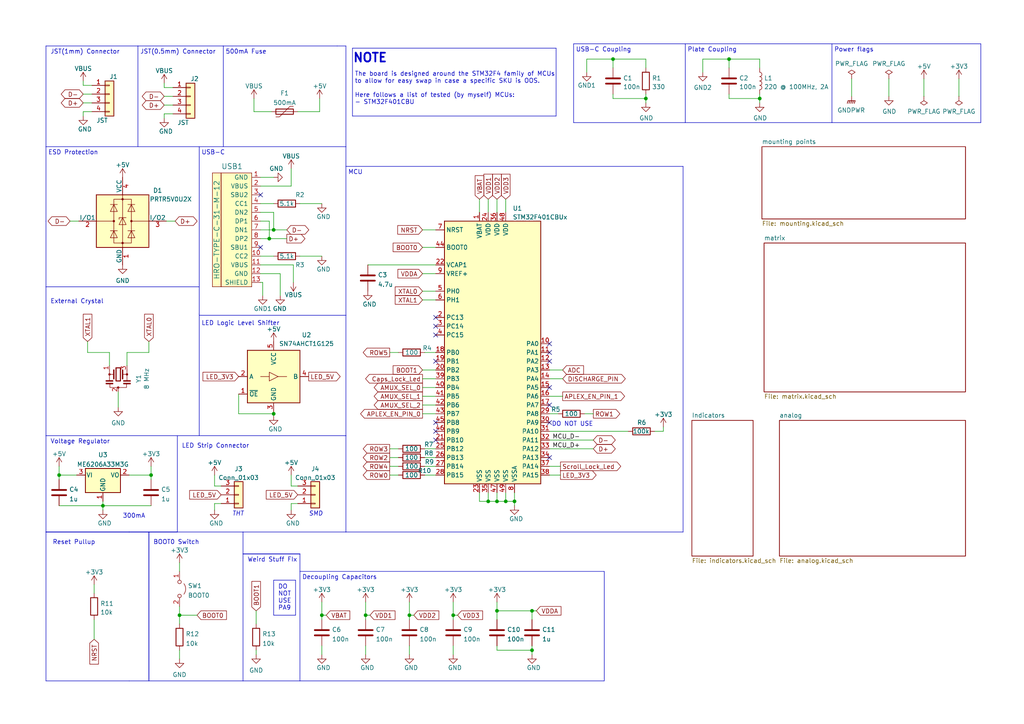
<source format=kicad_sch>
(kicad_sch (version 20230121) (generator eeschema)
  (paper "A4")
  (title_block (title "RF_R1_8-9Xu PCB") (date "2023-11-23") (rev "1.2") (company "LU.SV Solutions") (comment 1 "Cipulot PCB Design") (comment 2 "Cipulot") (comment 3 "GNU General Public License v3.0 "))
  (junction (at 146.685 145.415))
  (junction (at 144.145 177.165))
  (junction (at 211.455 17.145))
  (junction (at 106.045 178.435))
  (junction (at 79.375 66.675))
  (junction (at 154.305 188.595))
  (junction (at 43.815 137.795))
  (junction (at 29.845 146.685))
  (junction (at 144.145 145.415))
  (junction (at 220.345 28.575))
  (junction (at 141.605 145.415))
  (junction (at 78.105 69.215))
  (junction (at 17.145 137.795))
  (junction (at 154.305 177.165))
  (junction (at 79.375 120.015))
  (junction (at 93.345 178.435))
  (junction (at 177.8 17.145))
  (junction (at 187.325 28.575))
  (junction (at 149.225 145.415))
  (junction (at 52.07 178.435))
  (junction (at 118.745 178.435))
  (junction (at 131.445 178.435))
  (no_connect (at 75.565 71.755))
  (no_connect (at 75.565 56.515))
  (no_connect (at 126.365 92.075))
  (no_connect (at 126.365 94.615))
  (no_connect (at 126.365 97.155))
  (no_connect (at 126.365 104.775))
  (no_connect (at 159.385 132.715))
  (no_connect (at 159.385 122.555))
  (no_connect (at 126.365 122.555))
  (no_connect (at 126.365 125.095))
  (no_connect (at 126.365 127.635))
  (no_connect (at 159.385 99.695))
  (no_connect (at 159.385 117.475))
  (no_connect (at 159.385 112.395))
  (no_connect (at 159.385 104.775))
  (no_connect (at 159.385 102.235))
  (wire (pts (xy 75.565 64.135) (xy 78.105 64.135)))
  (wire (pts (xy 211.455 17.145) (xy 211.455 19.685)))
  (wire (pts (xy 84.455 140.97) (xy 84.455 137.795)))
  (polyline (pts (xy 57.785 42.545) (xy 64.77 42.545)))
  (polyline (pts (xy 166.37 35.56) (xy 198.755 35.56)))
  (polyline (pts (xy 13.335 83.185) (xy 13.335 126.365)))
  (wire (pts (xy 187.325 19.685) (xy 187.325 17.145)))
  (wire (pts (xy 113.03 102.235) (xy 115.57 102.235)))
  (wire (pts (xy 211.455 27.305) (xy 211.455 28.575)))
  (wire (pts (xy 247.015 22.86) (xy 247.015 27.94)))
  (wire (pts (xy 159.385 125.095) (xy 182.245 125.095)))
  (polyline (pts (xy 79.375 168.275) (xy 85.725 168.275)))
  (wire (pts (xy 64.135 146.05) (xy 62.23 146.05)))
  (wire (pts (xy 74.295 188.595) (xy 74.295 189.865)))
  (polyline (pts (xy 102.235 13.97) (xy 161.29 13.97)))
  (polyline (pts (xy 43.18 154.305) (xy 43.18 197.485)))
  (wire (pts (xy 141.605 61.595) (xy 141.605 57.785)))
  (polyline (pts (xy 57.785 42.545) (xy 13.335 42.545)))
  (wire (pts (xy 29.845 145.415) (xy 29.845 146.685)))
  (polyline (pts (xy 100.33 13.335) (xy 97.79 13.335)))
  (polyline (pts (xy 13.335 13.335) (xy 40.005 13.335)))
  (wire (pts (xy 141.605 145.415) (xy 144.145 145.415)))
  (wire (pts (xy 118.745 179.705) (xy 118.745 178.435)))
  (polyline (pts (xy 102.235 13.97) (xy 102.235 33.655)))
  (wire (pts (xy 74.295 177.165) (xy 74.295 180.975)))
  (polyline (pts (xy 175.26 165.735) (xy 175.26 197.485)))
  (polyline (pts (xy 86.995 160.655) (xy 86.995 197.485)))
  (polyline (pts (xy 57.785 126.365) (xy 100.33 126.365)))
  (wire (pts (xy 69.215 120.015) (xy 79.375 120.015)))
  (wire (pts (xy 154.305 177.165) (xy 154.305 179.705)))
  (polyline (pts (xy 13.335 154.305) (xy 13.335 197.485)))
  (wire (pts (xy 79.375 61.595) (xy 79.375 66.675)))
  (polyline (pts (xy 241.3 12.7) (xy 198.755 12.7)))
  (wire (pts (xy 17.145 135.255) (xy 17.145 137.795)))
  (wire (pts (xy 84.455 146.05) (xy 84.455 147.955)))
  (wire (pts (xy 154.305 188.595) (xy 154.305 189.865)))
  (wire (pts (xy 24.13 29.845) (xy 26.67 29.845)))
  (polyline (pts (xy 57.785 83.185) (xy 57.785 42.545)))
  (polyline (pts (xy 100.33 126.365) (xy 100.33 154.305)))
  (wire (pts (xy 144.145 188.595) (xy 154.305 188.595)))
  (wire (pts (xy 47.625 25.4) (xy 50.165 25.4)))
  (wire (pts (xy 75.565 74.295) (xy 79.375 74.295)))
  (wire (pts (xy 123.19 130.175) (xy 126.365 130.175)))
  (polyline (pts (xy 100.33 42.545) (xy 100.33 91.44)))
  (wire (pts (xy 27.305 169.545) (xy 27.305 172.085)))
  (wire (pts (xy 149.225 146.685) (xy 149.225 145.415)))
  (wire (pts (xy 122.555 120.015) (xy 126.365 120.015)))
  (wire (pts (xy 154.305 177.165) (xy 155.575 177.165)))
  (wire (pts (xy 75.565 51.435) (xy 79.375 51.435)))
  (wire (pts (xy 163.195 114.935) (xy 159.385 114.935)))
  (wire (pts (xy 79.375 120.65) (xy 79.375 120.015)))
  (wire (pts (xy 144.145 142.875) (xy 144.145 145.415)))
  (wire (pts (xy 220.345 28.575) (xy 220.345 29.845)))
  (polyline (pts (xy 241.3 35.56) (xy 284.48 35.56)))
  (wire (pts (xy 118.745 178.435) (xy 120.015 178.435)))
  (wire (pts (xy 278.13 22.86) (xy 278.13 27.94)))
  (wire (pts (xy 159.385 135.255) (xy 162.56 135.255)))
  (wire (pts (xy 139.065 61.595) (xy 139.065 57.785)))
  (wire (pts (xy 75.565 66.675) (xy 79.375 66.675)))
  (wire (pts (xy 69.215 114.3) (xy 69.215 120.015)))
  (wire (pts (xy 47.625 34.29) (xy 47.625 33.02)))
  (polyline (pts (xy 64.77 42.545) (xy 100.33 42.545)))
  (wire (pts (xy 43.18 99.06) (xy 43.18 102.235)))
  (wire (pts (xy 144.145 61.595) (xy 144.145 57.785)))
  (wire (pts (xy 75.565 53.975) (xy 84.455 53.975)))
  (wire (pts (xy 106.045 179.705) (xy 106.045 178.435)))
  (polyline (pts (xy 85.725 178.435) (xy 85.725 168.275)))
  (polyline (pts (xy 79.375 168.275) (xy 79.375 178.435)))
  (wire (pts (xy 86.36 32.385) (xy 92.71 32.385)))
  (wire (pts (xy 113.03 132.715) (xy 115.57 132.715)))
  (wire (pts (xy 17.145 146.685) (xy 29.845 146.685)))
  (wire (pts (xy 126.365 79.375) (xy 122.555 79.375)))
  (wire (pts (xy 187.325 28.575) (xy 187.325 29.845)))
  (wire (pts (xy 84.455 53.975) (xy 84.455 48.895)))
  (wire (pts (xy 73.66 28.575) (xy 73.66 32.385)))
  (wire (pts (xy 106.045 187.325) (xy 106.045 189.865)))
  (wire (pts (xy 93.345 178.435) (xy 93.345 179.705)))
  (wire (pts (xy 122.555 86.995) (xy 126.365 86.995)))
  (wire (pts (xy 34.29 113.665) (xy 34.29 118.11)))
  (polyline (pts (xy 86.995 165.735) (xy 175.26 165.735)))
  (wire (pts (xy 47.625 30.48) (xy 50.165 30.48)))
  (wire (pts (xy 79.375 66.675) (xy 83.185 66.675)))
  (polyline (pts (xy 70.485 197.485) (xy 70.485 154.305)))
  (wire (pts (xy 25.4 99.06) (xy 25.4 102.235)))
  (wire (pts (xy 139.065 145.415) (xy 141.605 145.415)))
  (wire (pts (xy 62.23 140.97) (xy 62.23 137.795)))
  (wire (pts (xy 36.83 106.045) (xy 36.83 102.235)))
  (wire (pts (xy 93.345 187.325) (xy 93.345 189.865)))
  (wire (pts (xy 52.07 178.435) (xy 52.07 180.975)))
  (wire (pts (xy 161.925 120.015) (xy 159.385 120.015)))
  (wire (pts (xy 144.145 174.625) (xy 144.145 177.165)))
  (wire (pts (xy 20.32 64.135) (xy 22.86 64.135)))
  (wire (pts (xy 106.045 174.625) (xy 106.045 178.435)))
  (polyline (pts (xy 64.77 42.545) (xy 64.77 13.335)))
  (wire (pts (xy 267.97 22.86) (xy 267.97 27.94)))
  (wire (pts (xy 220.345 17.145) (xy 220.345 19.685)))
  (polyline (pts (xy 79.375 178.435) (xy 85.725 178.435)))
  (polyline (pts (xy 13.335 154.305) (xy 37.465 154.305)))
  (polyline (pts (xy 64.77 13.335) (xy 40.005 13.335)))
  (wire (pts (xy 123.19 137.795) (xy 126.365 137.795)))
  (wire (pts (xy 123.19 135.255) (xy 126.365 135.255)))
  (polyline (pts (xy 13.335 42.545) (xy 13.335 64.135)))
  (wire (pts (xy 81.28 85.725) (xy 81.28 79.375)))
  (polyline (pts (xy 100.33 91.44) (xy 100.33 91.44)))
  (wire (pts (xy 141.605 142.875) (xy 141.605 145.415)))
  (polyline (pts (xy 100.33 42.545) (xy 100.33 13.335)))
  (wire (pts (xy 36.83 102.235) (xy 43.18 102.235)))
  (wire (pts (xy 122.555 117.475) (xy 126.365 117.475)))
  (wire (pts (xy 17.145 137.795) (xy 22.225 137.795)))
  (wire (pts (xy 146.685 142.875) (xy 146.685 145.415)))
  (polyline (pts (xy 43.18 197.485) (xy 43.18 154.305)))
  (wire (pts (xy 123.19 102.235) (xy 126.365 102.235)))
  (wire (pts (xy 47.625 27.94) (xy 50.165 27.94)))
  (wire (pts (xy 24.13 32.385) (xy 26.67 32.385)))
  (polyline (pts (xy 198.755 12.7) (xy 166.37 12.7)))
  (wire (pts (xy 37.465 137.795) (xy 43.815 137.795)))
  (wire (pts (xy 177.8 17.145) (xy 177.8 19.685)))
  (polyline (pts (xy 86.995 197.485) (xy 70.485 197.485)))
  (wire (pts (xy 52.07 175.895) (xy 52.07 178.435)))
  (wire (pts (xy 203.835 20.955) (xy 203.835 17.145)))
  (wire (pts (xy 172.085 120.015) (xy 169.545 120.015)))
  (wire (pts (xy 131.445 178.435) (xy 131.445 179.705)))
  (wire (pts (xy 162.56 137.795) (xy 159.385 137.795)))
  (wire (pts (xy 257.81 22.86) (xy 257.81 27.94)))
  (wire (pts (xy 29.845 146.685) (xy 29.845 147.955)))
  (wire (pts (xy 85.09 76.835) (xy 85.09 81.915)))
  (wire (pts (xy 75.565 61.595) (xy 79.375 61.595)))
  (wire (pts (xy 177.8 28.575) (xy 187.325 28.575)))
  (polyline (pts (xy 51.435 154.305) (xy 51.435 126.365)))
  (wire (pts (xy 86.36 140.97) (xy 84.455 140.97)))
  (polyline (pts (xy 100.33 91.44) (xy 57.785 91.44)))
  (wire (pts (xy 43.815 135.255) (xy 43.815 137.795)))
  (wire (pts (xy 220.345 27.305) (xy 220.345 28.575)))
  (wire (pts (xy 144.145 177.165) (xy 154.305 177.165)))
  (wire (pts (xy 189.865 125.095) (xy 192.405 125.095)))
  (wire (pts (xy 75.565 81.915) (xy 76.2 81.915)))
  (wire (pts (xy 122.555 66.675) (xy 126.365 66.675)))
  (wire (pts (xy 113.03 137.795) (xy 115.57 137.795)))
  (wire (pts (xy 159.385 127.635) (xy 172.085 127.635)))
  (wire (pts (xy 106.68 76.835) (xy 126.365 76.835)))
  (polyline (pts (xy 198.755 12.7) (xy 198.755 35.56)))
  (wire (pts (xy 92.71 32.385) (xy 92.71 28.575)))
  (wire (pts (xy 122.555 109.855) (xy 126.365 109.855)))
  (wire (pts (xy 43.815 137.795) (xy 43.815 139.065)))
  (wire (pts (xy 47.625 33.02) (xy 50.165 33.02)))
  (wire (pts (xy 31.75 102.235) (xy 31.75 106.045)))
  (wire (pts (xy 27.305 179.705) (xy 27.305 185.42)))
  (wire (pts (xy 118.745 187.325) (xy 118.745 189.865)))
  (wire (pts (xy 75.565 69.215) (xy 78.105 69.215)))
  (wire (pts (xy 122.555 71.755) (xy 126.365 71.755)))
  (wire (pts (xy 24.13 24.765) (xy 26.67 24.765)))
  (wire (pts (xy 122.555 84.455) (xy 126.365 84.455)))
  (polyline (pts (xy 13.335 42.545) (xy 13.335 13.335)))
  (wire (pts (xy 52.07 163.195) (xy 52.07 165.735)))
  (wire (pts (xy 24.13 23.495) (xy 24.13 24.765)))
  (polyline (pts (xy 241.3 12.7) (xy 241.3 35.56)))
  (wire (pts (xy 64.135 140.97) (xy 62.23 140.97)))
  (polyline (pts (xy 102.235 33.655) (xy 161.29 33.655)))
  (wire (pts (xy 177.8 17.145) (xy 187.325 17.145)))
  (wire (pts (xy 17.145 137.795) (xy 17.145 139.065)))
  (wire (pts (xy 122.555 114.935) (xy 126.365 114.935)))
  (polyline (pts (xy 13.335 126.365) (xy 13.335 154.305)))
  (wire (pts (xy 24.13 33.655) (xy 24.13 32.385)))
  (wire (pts (xy 86.36 146.05) (xy 84.455 146.05)))
  (wire (pts (xy 62.23 146.05) (xy 62.23 147.955)))
  (polyline (pts (xy 13.335 154.305) (xy 37.465 154.305)))
  (wire (pts (xy 159.385 130.175) (xy 172.085 130.175)))
  (wire (pts (xy 94.615 178.435) (xy 93.345 178.435)))
  (wire (pts (xy 170.18 17.145) (xy 177.8 17.145)))
  (wire (pts (xy 76.2 85.725) (xy 76.2 81.915)))
  (polyline (pts (xy 70.485 160.655) (xy 86.995 160.655)))
  (wire (pts (xy 149.225 142.875) (xy 149.225 145.415)))
  (wire (pts (xy 144.145 187.325) (xy 144.145 188.595)))
  (polyline (pts (xy 64.77 13.335) (xy 97.79 13.335)))
  (polyline (pts (xy 13.335 126.365) (xy 57.785 126.365)))
  (wire (pts (xy 78.105 69.215) (xy 83.185 69.215)))
  (polyline (pts (xy 100.33 126.365) (xy 100.33 91.44)))
  (wire (pts (xy 122.555 107.315) (xy 126.365 107.315)))
  (wire (pts (xy 24.13 27.305) (xy 26.67 27.305)))
  (wire (pts (xy 75.565 79.375) (xy 81.28 79.375)))
  (wire (pts (xy 47.625 24.13) (xy 47.625 25.4)))
  (polyline (pts (xy 37.465 197.485) (xy 70.485 197.485)))
  (polyline (pts (xy 175.26 197.485) (xy 86.995 197.485)))
  (wire (pts (xy 177.8 27.305) (xy 177.8 28.575)))
  (wire (pts (xy 106.045 178.435) (xy 107.315 178.435)))
  (wire (pts (xy 170.18 20.955) (xy 170.18 17.145)))
  (wire (pts (xy 86.995 59.055) (xy 93.345 59.055)))
  (wire (pts (xy 25.4 102.235) (xy 31.75 102.235)))
  (wire (pts (xy 52.07 188.595) (xy 52.07 191.135)))
  (polyline (pts (xy 100.33 154.305) (xy 70.485 154.305)))
  (polyline (pts (xy 13.335 197.485) (xy 37.465 197.485)))
  (polyline (pts (xy 57.785 126.365) (xy 57.785 83.185)))
  (wire (pts (xy 131.445 178.435) (xy 132.715 178.435)))
  (wire (pts (xy 211.455 17.145) (xy 220.345 17.145)))
  (wire (pts (xy 86.995 74.295) (xy 93.345 74.295)))
  (wire (pts (xy 75.565 59.055) (xy 79.375 59.055)))
  (wire (pts (xy 118.745 174.625) (xy 118.745 178.435)))
  (polyline (pts (xy 100.33 126.365) (xy 100.33 126.365)))
  (wire (pts (xy 131.445 174.625) (xy 131.445 178.435)))
  (wire (pts (xy 79.375 120.015) (xy 79.375 119.38)))
  (polyline (pts (xy 241.3 12.7) (xy 284.48 12.7)))
  (polyline (pts (xy 13.335 83.185) (xy 57.785 83.185)))
  (polyline (pts (xy 37.465 154.305) (xy 51.435 154.305)))
  (wire (pts (xy 144.145 145.415) (xy 146.685 145.415)))
  (wire (pts (xy 48.26 64.135) (xy 50.8 64.135)))
  (polyline (pts (xy 284.48 35.56) (xy 284.48 12.7)))
  (wire (pts (xy 192.405 125.095) (xy 192.405 123.825)))
  (polyline (pts (xy 37.465 154.305) (xy 70.485 154.305)))
  (polyline (pts (xy 161.29 33.655) (xy 161.29 13.97)))
  (wire (pts (xy 203.835 17.145) (xy 211.455 17.145)))
  (wire (pts (xy 113.03 135.255) (xy 115.57 135.255)))
  (polyline (pts (xy 100.33 154.305) (xy 198.12 154.305)))
  (polyline (pts (xy 40.005 42.545) (xy 40.005 13.335)))
  (wire (pts (xy 144.145 179.705) (xy 144.145 177.165)))
  (wire (pts (xy 131.445 187.325) (xy 131.445 189.865)))
  (polyline (pts (xy 57.785 91.44) (xy 57.785 90.805)))
  (polyline (pts (xy 86.995 160.655) (xy 70.485 160.655)))
  (wire (pts (xy 146.685 145.415) (xy 149.225 145.415)))
  (wire (pts (xy 139.065 142.875) (xy 139.065 145.415)))
  (wire (pts (xy 163.195 109.855) (xy 159.385 109.855)))
  (polyline (pts (xy 198.755 35.56) (xy 241.3 35.56)))
  (wire (pts (xy 29.845 146.685) (xy 43.815 146.685)))
  (wire (pts (xy 73.66 32.385) (xy 78.74 32.385)))
  (wire (pts (xy 159.385 107.315) (xy 163.195 107.315)))
  (polyline (pts (xy 100.33 48.26) (xy 198.12 48.26)))
  (wire (pts (xy 146.685 61.595) (xy 146.685 57.785)))
  (wire (pts (xy 122.555 112.395) (xy 126.365 112.395)))
  (wire (pts (xy 211.455 28.575) (xy 220.345 28.575)))
  (wire (pts (xy 93.345 174.625) (xy 93.345 178.435)))
  (polyline (pts (xy 166.37 12.7) (xy 166.37 35.56)))
  (polyline (pts (xy 198.12 154.305) (xy 198.12 48.26)))
  (wire (pts (xy 123.19 132.715) (xy 126.365 132.715)))
  (wire (pts (xy 52.07 178.435) (xy 57.15 178.435)))
  (wire (pts (xy 113.03 130.175) (xy 115.57 130.175)))
  (polyline (pts (xy 13.335 64.135) (xy 13.335 83.185)))
  (wire (pts (xy 78.105 64.135) (xy 78.105 69.215)))
  (wire (pts (xy 154.305 187.325) (xy 154.305 188.595)))
  (wire (pts (xy 75.565 76.835) (xy 85.09 76.835)))
  (wire (pts (xy 187.325 27.305) (xy 187.325 28.575)))
  (text "DO\nNOT\nUSE\nPA9\n" (at 80.645 177.165 0) (effects (font (size 1.27 1.27)) (justify left bottom)))
  (text "USB-C" (at 58.42 45.085 0) (effects (font (size 1.27 1.27)) (justify left bottom)))
  (text "Voltage Regulator" (at 14.605 128.905 0) (effects (font (size 1.27 1.27)) (justify left bottom)))
  (text "JST(1mm) Connector\n" (at 14.605 15.875 0) (effects (font (size 1.27 1.27)) (justify left bottom)))
  (text "JST(0.5mm) Connector\n" (at 40.64 15.875 0) (effects (font (size 1.27 1.27)) (justify left bottom)))
  (text "LED Logic Level Shifter" (at 58.42 94.615 0) (effects (font (size 1.27 1.27)) (justify left bottom)))
  (text "Plate Coupling" (at 199.39 15.24 0) (effects (font (size 1.27 1.27)) (justify left bottom)))
  (text "The board is designed around the STM32F4 family of MCUs\nto allow for easy swap in case a specific SKU is OOS.\n\nHere follows a list of tested (by myself) MCUs:\n- STM32F401CBU" (at 102.87 30.48 0) (effects (font (size 1.27 1.27)) (justify left bottom)))
  (text "LED Strip Connector\n" (at 52.705 130.175 0) (effects (font (size 1.27 1.27)) (justify left bottom)))
  (text "SMD" (at 89.535 149.86 0) (effects (font (size 1.27 1.27) italic) (justify left bottom)))
  (text "BOOT0 Switch" (at 44.45 158.115 0) (effects (font (size 1.27 1.27)) (justify left bottom)))
  (text "External Crystal\n" (at 14.605 88.265 0) (effects (font (size 1.27 1.27)) (justify left bottom)))
  (text "300mA" (at 35.56 150.495 0) (effects (font (size 1.27 1.27)) (justify left bottom)))
  (text "500mA Fuse" (at 65.405 15.875 0) (effects (font (size 1.27 1.27)) (justify left bottom)))
  (text "THT\n" (at 67.31 149.86 0) (effects (font (size 1.27 1.27) italic) (justify left bottom)))
  (text "Weird Stuff FIx" (at 71.755 163.195 0) (effects (font (size 1.27 1.27)) (justify left bottom)))
  (text "Decoupling Capacitors" (at 87.63 168.275 0) (effects (font (size 1.27 1.27)) (justify left bottom)))
  (text "DO NOT USE" (at 160.02 123.825 0) (effects (font (size 1.27 1.27)) (justify left bottom)))
  (text "Power flags\n" (at 241.935 15.24 0) (effects (font (size 1.27 1.27)) (justify left bottom)))
  (text "NOTE" (at 102.235 18.415 0) (effects (font (size 2.54 2.54) (thickness 0.508) bold) (justify left bottom)))
  (text "USB-C Coupling" (at 167.005 15.24 0) (effects (font (size 1.27 1.27)) (justify left bottom)))
  (text "ESD Protection\n" (at 13.97 45.085 0) (effects (font (size 1.27 1.27)) (justify left bottom)))
  (text "Reset Pullup" (at 15.24 158.115 0) (effects (font (size 1.27 1.27)) (justify left bottom)))
  (text "MCU" (at 100.965 50.8 0) (effects (font (size 1.27 1.27)) (justify left bottom)))
  (label "MCU_D+" (at 168.275 130.175 180))
  (label "MCU_D-" (at 168.275 127.635 180))
  (global_label "VDD2" (shape input) (at 144.145 57.785 90) (property "Intersheetrefs" "${INTERSHEET_REFS}" (effects hide)))
  (global_label "VDD3" (shape input) (at 132.715 178.435 0) (property "Intersheetrefs" "${INTERSHEET_REFS}" (effects hide)))
  (global_label "D+" (shape bidirectional) (at 24.13 29.845 180) (property "Intersheetrefs" "${INTERSHEET_REFS}" (effects hide)))
  (global_label "VDD3" (shape input) (at 146.685 57.785 90) (property "Intersheetrefs" "${INTERSHEET_REFS}" (effects hide)))
  (global_label "D-" (shape bidirectional) (at 83.185 66.675 0) (property "Intersheetrefs" "${INTERSHEET_REFS}" (effects hide)))
  (global_label "D+" (shape bidirectional) (at 47.625 30.48 180) (property "Intersheetrefs" "${INTERSHEET_REFS}" (effects hide)))
  (global_label "LED_5V" (shape input) (at 64.135 143.51 180) (property "Intersheetrefs" "${INTERSHEET_REFS}" (effects hide)))
  (global_label "VBAT" (shape input) (at 94.615 178.435 0) (property "Intersheetrefs" "${INTERSHEET_REFS}" (effects hide)))
  (global_label "AMUX_SEL_1" (shape output) (at 122.555 114.935 180) (property "Intersheetrefs" "${INTERSHEET_REFS}" (effects hide)))
  (global_label "BOOT0" (shape input) (at 57.15 178.435 0) (property "Intersheetrefs" "${INTERSHEET_REFS}" (effects hide)))
  (global_label "VDD2" (shape input) (at 120.015 178.435 0) (property "Intersheetrefs" "${INTERSHEET_REFS}" (effects hide)))
  (global_label "XTAL1" (shape input) (at 25.4 99.06 90) (property "Intersheetrefs" "${INTERSHEET_REFS}" (effects hide)))
  (global_label "VDD1" (shape input) (at 107.315 178.435 0) (property "Intersheetrefs" "${INTERSHEET_REFS}" (effects hide)))
  (global_label "LED_5V" (shape output) (at 89.535 109.22 0) (property "Intersheetrefs" "${INTERSHEET_REFS}" (effects hide)))
  (global_label "Caps_Lock_Led" (shape output) (at 122.555 109.855 180) (property "Intersheetrefs" "${INTERSHEET_REFS}" (effects hide)))
  (global_label "XTAL0" (shape input) (at 122.555 84.455 180) (property "Intersheetrefs" "${INTERSHEET_REFS}" (effects hide)))
  (global_label "AMUX_SEL_0" (shape output) (at 122.555 112.395 180) (property "Intersheetrefs" "${INTERSHEET_REFS}" (effects hide)))
  (global_label "BOOT0" (shape input) (at 122.555 71.755 180) (property "Intersheetrefs" "${INTERSHEET_REFS}" (effects hide)))
  (global_label "AMUX_SEL_2" (shape output) (at 122.555 117.475 180) (property "Intersheetrefs" "${INTERSHEET_REFS}" (effects hide)))
  (global_label "ROW5" (shape output) (at 113.03 102.235 180) (property "Intersheetrefs" "${INTERSHEET_REFS}" (effects hide)))
  (global_label "NRST" (shape input) (at 122.555 66.675 180) (property "Intersheetrefs" "${INTERSHEET_REFS}" (effects hide)))
  (global_label "LED_3V3" (shape input) (at 69.215 109.22 180) (property "Intersheetrefs" "${INTERSHEET_REFS}" (effects hide)))
  (global_label "D-" (shape bidirectional) (at 20.32 64.135 180) (property "Intersheetrefs" "${INTERSHEET_REFS}" (effects hide)))
  (global_label "VDDA" (shape input) (at 155.575 177.165 0) (property "Intersheetrefs" "${INTERSHEET_REFS}" (effects hide)))
  (global_label "D-" (shape bidirectional) (at 172.085 127.635 0) (property "Intersheetrefs" "${INTERSHEET_REFS}" (effects hide)))
  (global_label "D-" (shape bidirectional) (at 24.13 27.305 180) (property "Intersheetrefs" "${INTERSHEET_REFS}" (effects hide)))
  (global_label "D+" (shape bidirectional) (at 172.085 130.175 0) (property "Intersheetrefs" "${INTERSHEET_REFS}" (effects hide)))
  (global_label "XTAL1" (shape input) (at 122.555 86.995 180) (property "Intersheetrefs" "${INTERSHEET_REFS}" (effects hide)))
  (global_label "XTAL0" (shape input) (at 43.18 99.06 90) (property "Intersheetrefs" "${INTERSHEET_REFS}" (effects hide)))
  (global_label "Scroll_Lock_Led" (shape output) (at 162.56 135.255 0) (property "Intersheetrefs" "${INTERSHEET_REFS}" (effects hide)))
  (global_label "D+" (shape output) (at 83.185 69.215 0) (property "Intersheetrefs" "${INTERSHEET_REFS}" (effects hide)))
  (global_label "LED_3V3" (shape output) (at 162.56 137.795 0) (property "Intersheetrefs" "${INTERSHEET_REFS}" (effects hide)))
  (global_label "VBAT" (shape input) (at 139.065 57.785 90) (property "Intersheetrefs" "${INTERSHEET_REFS}" (effects hide)))
  (global_label "BOOT1" (shape input) (at 74.295 177.165 90) (property "Intersheetrefs" "${INTERSHEET_REFS}" (effects hide)))
  (global_label "DISCHARGE_PIN" (shape bidirectional) (at 163.195 109.855 0) (property "Intersheetrefs" "${INTERSHEET_REFS}" (effects hide)))
  (global_label "BOOT1" (shape input) (at 122.555 107.315 180) (property "Intersheetrefs" "${INTERSHEET_REFS}" (effects hide)))
  (global_label "ROW1" (shape output) (at 172.085 120.015 0) (property "Intersheetrefs" "${INTERSHEET_REFS}" (effects hide)))
  (global_label "VDD1" (shape input) (at 141.605 57.785 90) (property "Intersheetrefs" "${INTERSHEET_REFS}" (effects hide)))
  (global_label "NRST" (shape input) (at 27.305 185.42 270) (property "Intersheetrefs" "${INTERSHEET_REFS}" (effects hide)))
  (global_label "APLEX_EN_PIN_0" (shape output) (at 122.555 120.015 180) (property "Intersheetrefs" "${INTERSHEET_REFS}" (effects hide)))
  (global_label "APLEX_EN_PIN_1" (shape output) (at 163.195 114.935 0) (property "Intersheetrefs" "${INTERSHEET_REFS}" (effects hide)))
  (global_label "ROW0" (shape output) (at 113.03 137.795 180) (property "Intersheetrefs" "${INTERSHEET_REFS}" (effects hide)))
  (global_label "ADC" (shape input) (at 163.195 107.315 0) (property "Intersheetrefs" "${INTERSHEET_REFS}" (effects hide)))
  (global_label "D-" (shape bidirectional) (at 47.625 27.94 180) (property "Intersheetrefs" "${INTERSHEET_REFS}" (effects hide)))
  (global_label "ROW4" (shape output) (at 113.03 135.255 180) (property "Intersheetrefs" "${INTERSHEET_REFS}" (effects hide)))
  (global_label "LED_5V" (shape input) (at 86.36 143.51 180) (property "Intersheetrefs" "${INTERSHEET_REFS}" (effects hide)))
  (global_label "ROW3" (shape output) (at 113.03 130.175 180) (property "Intersheetrefs" "${INTERSHEET_REFS}" (effects hide)))
  (global_label "ROW2" (shape output) (at 113.03 132.715 180) (property "Intersheetrefs" "${INTERSHEET_REFS}" (effects hide)))
  (global_label "D+" (shape bidirectional) (at 50.8 64.135 0) (property "Intersheetrefs" "${INTERSHEET_REFS}" (effects hide)))
  (global_label "VDDA" (shape input) (at 122.555 79.375 180) (property "Intersheetrefs" "${INTERSHEET_REFS}" (effects hide)))
  (symbol (lib_id "power:PWR_FLAG") (at 257.81 22.86 0) (unit 1)
    (property "Reference" "#FLG02" (effects hide))
    (property "Value" "PWR_FLAG" (at 257.81 18.4658 0))
  )
  (symbol (lib_id "MCU_ST_STM32F4:STM32F401CBUx") (at 144.145 102.235 0) (unit 1)
    (property "Reference" "U1" (at 148.7044 60.4352 0) (effects (justify left)))
    (property "Value" "STM32F401CBUx" (at 148.7044 62.9721 0) (effects (justify left)))
    (property "Footprint" "Package_DFN_QFN:QFN-48-1EP_7x7mm_P0.5mm_EP5.6x5.6mm" (effects hide))
    (property "Datasheet" "http://www.st.com/st-web-ui/static/active/en/resource/technical/document/datasheet/DM00086815.pdf" (effects hide))
    (property "LCSC" "C118825" (effects hide))
    (property "MPN" "C118825" (effects hide))
  )
  (symbol (lib_id "Device:R") (at 119.38 102.235 270) (unit 1)
    (property "Reference" "R4" (at 122.555 100.965 90) (effects (justify left)))
    (property "Value" "100" (at 117.475 102.235 90) (effects (justify left)))
    (property "Footprint" "Resistor_SMD:R_0402_1005Metric" (effects hide))
    (property "LCSC" "C25076" (effects hide))
    (property "MPN" "0402WGF1000TCE" (effects hide))
  )
  (symbol (lib_id "Connector_Generic:Conn_01x04") (at 31.75 27.305 0) (unit 1)
    (property "Reference" "J1" (at 31.75 22.225 0) (effects (justify left)))
    (property "Value" "JST" (at 27.94 34.925 0) (effects (justify left)))
    (property "Footprint" "Connector_JST:JST_EH_S4B-EH_1x04_P2.50mm_Horizontal" (effects hide))
    (property "LCSC" " C265068" (effects hide))
    (property "MPN" "S4B-EH(LF)(SN)" (effects hide))
  )
  (symbol (lib_id "power:GND") (at 62.23 147.955 0) (unit 1)
    (property "Reference" "#PWR035" (effects hide))
    (property "Value" "GND" (at 64.77 151.765 0) (effects (justify right)))
  )
  (symbol (lib_id "power:GND2") (at 203.835 20.955 0) (unit 1)
    (property "Reference" "#PWR02" (effects hide))
    (property "Value" "GND2" (at 203.835 25.3984 0))
  )
  (symbol (lib_id "Device:C") (at 17.145 142.875 0) (unit 1)
    (property "Reference" "C4" (at 20.066 141.9665 0) (effects (justify left)))
    (property "Value" "1u" (at 20.066 144.7416 0) (effects (justify left)))
    (property "Footprint" "Capacitor_SMD:C_0402_1005Metric" (effects hide))
    (property "LCSC" "C52923" (effects hide))
    (property "MPN" "CL05A105KA5NQNC" (effects hide))
  )
  (symbol (lib_id "power:+5V") (at 62.23 137.795 0) (unit 1)
    (property "Reference" "#PWR031" (effects hide))
    (property "Value" "+5V" (at 62.23 134.1905 0))
  )
  (symbol (lib_id "power:+3.3V") (at 118.745 174.625 0) (unit 1)
    (property "Reference" "#PWR041" (effects hide))
    (property "Value" "+3.3V" (at 118.745 171.0205 0))
  )
  (symbol (lib_id "power:GNDPWR") (at 247.015 27.94 0) (unit 1)
    (property "Reference" "#PWR07" (effects hide))
    (property "Value" "GNDPWR" (at 246.888 31.977 0))
  )
  (symbol (lib_id "power:+5V") (at 79.375 99.06 0) (unit 1)
    (property "Reference" "#PWR025" (effects hide))
    (property "Value" "+5V" (at 79.375 95.4555 0))
  )
  (symbol (lib_id "power:GND") (at 93.345 74.295 0) (unit 1)
    (property "Reference" "#PWR019" (effects hide))
    (property "Value" "GND" (at 95.885 78.105 0) (effects (justify right)))
  )
  (symbol (lib_id "Device:C") (at 211.455 23.495 0) (unit 1)
    (property "Reference" "C2" (at 214.376 22.6603 0) (effects (justify left)))
    (property "Value" "100n" (at 214.376 25.1972 0) (effects (justify left)))
    (property "Footprint" "Capacitor_SMD:C_0603_1608Metric" (effects hide))
    (property "LCSC" "C14663" (effects hide))
    (property "MPN" "CC0603KRX7R9BB104" (effects hide))
  )
  (symbol (lib_id "Device:R") (at 52.07 184.785 0) (unit 1)
    (property "Reference" "R12" (at 53.848 183.8765 0) (effects (justify left)))
    (property "Value" "10k" (at 53.848 186.6516 0) (effects (justify left)))
    (property "Footprint" "Resistor_SMD:R_0402_1005Metric" (effects hide))
    (property "LCSC" "C25744" (effects hide))
    (property "MPN" "0402WGF1002TCE" (effects hide))
  )
  (symbol (lib_id "power:+3.3V") (at 131.445 174.625 0) (unit 1)
    (property "Reference" "#PWR042" (effects hide))
    (property "Value" "+3.3V" (at 131.445 171.0205 0))
  )
  (symbol (lib_id "Device:C") (at 144.145 183.515 0) (unit 1)
    (property "Reference" "C10" (at 147.066 182.6065 0) (effects (justify left)))
    (property "Value" "100n" (at 147.066 185.3816 0) (effects (justify left)))
    (property "Footprint" "Capacitor_SMD:C_0402_1005Metric" (effects hide))
    (property "LCSC" "C307331" (effects hide))
    (property "MPN" "CL05B104KB54PNC" (effects hide))
  )
  (symbol (lib_id "Device:R") (at 74.295 184.785 180) (unit 1)
    (property "Reference" "R13" (at 76.073 183.8765 0) (effects (justify right)))
    (property "Value" "10k" (at 76.073 186.6516 0) (effects (justify right)))
    (property "Footprint" "Resistor_SMD:R_0402_1005Metric" (effects hide))
    (property "LCSC" "C25744" (effects hide))
    (property "MPN" "0402WGF1002TCE" (effects hide))
  )
  (symbol (lib_id "Device:R") (at 119.38 137.795 90) (unit 1)
    (property "Reference" "R10" (at 125.095 136.525 90) (effects (justify left)))
    (property "Value" "100" (at 121.285 137.795 90) (effects (justify left)))
    (property "Footprint" "Resistor_SMD:R_0402_1005Metric" (effects hide))
    (property "LCSC" "C25076" (effects hide))
    (property "MPN" "0402WGF1000TCE" (effects hide))
  )
  (symbol (lib_id "power:+5V") (at 267.97 22.86 0) (unit 1)
    (property "Reference" "#PWR03" (effects hide))
    (property "Value" "+5V" (at 267.97 19.2555 0))
  )
  (symbol (lib_id "power:GND") (at 187.325 29.845 0) (unit 1)
    (property "Reference" "#PWR011" (effects hide))
    (property "Value" "GND" (at 187.452 34.2392 0))
  )
  (symbol (lib_id "power:GND") (at 84.455 147.955 0) (unit 1)
    (property "Reference" "#PWR036" (effects hide))
    (property "Value" "GND" (at 86.995 151.765 0) (effects (justify right)))
  )
  (symbol (lib_id "power:GND1") (at 170.18 20.955 0) (unit 1)
    (property "Reference" "#PWR01" (effects hide))
    (property "Value" "GND1" (at 170.18 24.765 0))
  )
  (symbol (lib_id "Device:R") (at 187.325 23.495 0) (unit 1)
    (property "Reference" "R1" (at 189.103 22.6603 0) (effects (justify left)))
    (property "Value" "330" (at 189.103 25.1972 0) (effects (justify left)))
    (property "Footprint" "Resistor_SMD:R_0603_1608Metric" (effects hide))
    (property "LCSC" "C23138" (effects hide))
    (property "MPN" "0603WAF3300T5E" (effects hide))
  )
  (symbol (lib_id "power:+5V") (at 92.71 28.575 0) (unit 1)
    (property "Reference" "#PWR010" (effects hide))
    (property "Value" "+5V" (at 92.71 24.9705 0))
  )
  (symbol (lib_id "Device:R") (at 83.185 59.055 270) (unit 1)
    (property "Reference" "R2" (at 86.995 56.515 90))
    (property "Value" "5.1k" (at 83.185 59.055 90))
    (property "Footprint" "Resistor_SMD:R_0402_1005Metric" (effects hide))
    (property "LCSC" "C25905" (effects hide))
    (property "MPN" "0402WGF5101TCE" (effects hide))
  )
  (symbol (lib_id "Device:Polyfuse") (at 82.55 32.385 270) (unit 1)
    (property "Reference" "F1" (at 82.55 27.0215 90))
    (property "Value" "500mA" (at 82.55 29.7966 90))
    (property "Footprint" "Fuse:Fuse_1206_3216Metric" (effects hide))
    (property "LCSC" "C70076" (effects hide))
    (property "MPN" "nSMD050-24V" (effects hide))
  )
  (symbol (lib_id "Power_Protection:PRTR5V0U2X") (at 35.56 64.135 0) (unit 1)
    (property "Reference" "D1" (at 45.72 55.245 0))
    (property "Value" "PRTR5V0U2X" (at 49.53 57.785 0))
    (property "Footprint" "Package_TO_SOT_SMD:SOT-143" (effects hide))
    (property "Datasheet" "https://assets.nexperia.com/documents/data-sheet/PRTR5V0U2X.pdf" (effects hide))
    (property "LCSC" "C2827688" (effects hide))
    (property "MPN" "PRTR5V0U2X" (effects hide))
  )
  (symbol (lib_id "Device:C") (at 106.045 183.515 0) (unit 1)
    (property "Reference" "C7" (at 108.966 182.6065 0) (effects (justify left)))
    (property "Value" "100n" (at 108.966 185.3816 0) (effects (justify left)))
    (property "Footprint" "Capacitor_SMD:C_0402_1005Metric" (effects hide))
    (property "LCSC" "C307331" (effects hide))
    (property "MPN" "CL05B104KB54PNC" (effects hide))
  )
  (symbol (lib_id "power:GND") (at 93.345 59.055 0) (unit 1)
    (property "Reference" "#PWR018" (effects hide))
    (property "Value" "GND" (at 95.885 62.865 0) (effects (justify right)))
  )
  (symbol (lib_id "power:GND") (at 29.845 147.955 0) (unit 1)
    (property "Reference" "#PWR034" (effects hide))
    (property "Value" "GND" (at 32.385 151.765 0) (effects (justify right)))
  )
  (symbol (lib_id "power:GND") (at 79.375 51.435 90) (unit 1)
    (property "Reference" "#PWR017" (effects hide))
    (property "Value" "GND" (at 78.105 48.895 90) (effects (justify right)))
  )
  (symbol (lib_id "power:+3.3V") (at 52.07 163.195 0) (unit 1)
    (property "Reference" "#PWR037" (effects hide))
    (property "Value" "+3.3V" (at 52.07 159.5905 0))
  )
  (symbol (lib_id "power:GND") (at 79.375 120.65 0) (unit 1)
    (property "Reference" "#PWR027" (effects hide))
    (property "Value" "GND" (at 81.915 124.46 0) (effects (justify right)))
  )
  (symbol (lib_id "Connector_Generic:Conn_01x03") (at 91.44 143.51 0) (mirror x) (unit 1)
    (property "Reference" "J4" (at 91.44 136.0002 0))
    (property "Value" "Conn_01x03" (at 91.44 138.5371 0))
    (property "Footprint" "cipulot_parts:LED_Strip_Pad" (effects hide))
  )
  (symbol (lib_id "Device:L") (at 220.345 23.495 0) (unit 1)
    (property "Reference" "L1" (at 221.615 22.6603 0) (effects (justify left)))
    (property "Value" "220 @ 100MHz, 2A" (at 221.615 25.1972 0) (effects (justify left)))
    (property "Footprint" "Inductor_SMD:L_0603_1608Metric" (effects hide))
    (property "LCSC" "C85832" (effects hide))
    (property "MPN" "BLM18KG331SN1D" (effects hide))
  )
  (symbol (lib_id "Device:R") (at 165.735 120.015 90) (unit 1)
    (property "Reference" "R5" (at 162.56 118.745 90) (effects (justify left)))
    (property "Value" "100" (at 167.64 120.015 90) (effects (justify left)))
    (property "Footprint" "Resistor_SMD:R_0402_1005Metric" (effects hide))
    (property "LCSC" "C25076" (effects hide))
    (property "MPN" "0402WGF1000TCE" (effects hide))
  )
  (symbol (lib_id "power:GND") (at 35.56 76.835 0) (unit 1)
    (property "Reference" "#PWR020" (effects hide))
    (property "Value" "GND" (at 35.56 81.3975 0))
  )
  (symbol (lib_id "Device:C") (at 93.345 183.515 0) (unit 1)
    (property "Reference" "C6" (at 96.266 182.6065 0) (effects (justify left)))
    (property "Value" "100n" (at 96.266 185.3816 0) (effects (justify left)))
    (property "Footprint" "Capacitor_SMD:C_0402_1005Metric" (effects hide))
    (property "LCSC" "C307331" (effects hide))
    (property "MPN" "CL05B104KB54PNC" (effects hide))
  )
  (symbol (lib_id "power:VBUS") (at 47.625 24.13 0) (unit 1)
    (property "Reference" "#PWR06" (effects hide))
    (property "Value" "VBUS" (at 47.625 20.5255 0))
  )
  (symbol (lib_id "power:+3.3V") (at 192.405 123.825 0) (unit 1)
    (property "Reference" "#PWR028" (effects hide))
    (property "Value" "+3.3V" (at 192.405 120.2205 0))
  )
  (symbol (lib_id "power:+3.3V") (at 278.13 22.86 0) (unit 1)
    (property "Reference" "#PWR04" (effects hide))
    (property "Value" "+3.3V" (at 278.13 19.2555 0))
  )
  (symbol (lib_id "power:VBUS") (at 84.455 48.895 0) (unit 1)
    (property "Reference" "#PWR015" (effects hide))
    (property "Value" "VBUS" (at 84.455 45.2905 0))
  )
  (symbol (lib_id "Device:C") (at 177.8 23.495 0) (unit 1)
    (property "Reference" "C1" (at 180.721 22.6603 0) (effects (justify left)))
    (property "Value" "100n" (at 180.721 25.1972 0) (effects (justify left)))
    (property "Footprint" "Capacitor_SMD:C_0603_1608Metric" (effects hide))
    (property "LCSC" "C14663" (effects hide))
    (property "MPN" "CC0603KRX7R9BB104" (effects hide))
  )
  (symbol (lib_id "power:GND") (at 257.81 27.94 0) (unit 1)
    (property "Reference" "#PWR08" (effects hide))
    (property "Value" "GND" (at 257.937 32.3342 0))
  )
  (symbol (lib_id "Device:C") (at 131.445 183.515 0) (unit 1)
    (property "Reference" "C9" (at 134.366 182.6065 0) (effects (justify left)))
    (property "Value" "100n" (at 134.366 185.3816 0) (effects (justify left)))
    (property "Footprint" "Capacitor_SMD:C_0402_1005Metric" (effects hide))
    (property "LCSC" "C307331" (effects hide))
    (property "MPN" "CL05B104KB54PNC" (effects hide))
  )
  (symbol (lib_id "Device:R") (at 27.305 175.895 0) (unit 1)
    (property "Reference" "R11" (at 29.083 175.0603 0) (effects (justify left)))
    (property "Value" "10k" (at 29.083 177.5972 0) (effects (justify left)))
    (property "Footprint" "Resistor_SMD:R_0402_1005Metric" (effects hide))
    (property "LCSC" "C25744" (effects hide))
    (property "MPN" "0402WGF1002TCE" (effects hide))
  )
  (symbol (lib_id "power:+3.3V") (at 27.305 169.545 0) (unit 1)
    (property "Reference" "#PWR038" (effects hide))
    (property "Value" "+3.3V" (at 27.305 165.9405 0))
  )
  (symbol (lib_id "power:GND") (at 74.295 189.865 0) (unit 1)
    (property "Reference" "#PWR044" (effects hide))
    (property "Value" "GND" (at 74.295 194.4275 0))
  )
  (symbol (lib_id "Device:R") (at 119.38 132.715 90) (unit 1)
    (property "Reference" "R8" (at 125.73 131.445 90) (effects (justify left)))
    (property "Value" "100" (at 121.285 132.715 90) (effects (justify left)))
    (property "Footprint" "Resistor_SMD:R_0402_1005Metric" (effects hide))
    (property "LCSC" "C25076" (effects hide))
    (property "MPN" "0402WGF1000TCE" (effects hide))
  )
  (symbol (lib_id "power:GND") (at 52.07 191.135 0) (unit 1)
    (property "Reference" "#PWR050" (effects hide))
    (property "Value" "GND" (at 52.07 195.6975 0))
  )
  (symbol (lib_id "power:GND") (at 220.345 29.845 0) (unit 1)
    (property "Reference" "#PWR012" (effects hide))
    (property "Value" "GND" (at 220.472 34.2392 0))
  )
  (symbol (lib_id "power:+3.3V") (at 144.145 174.625 0) (unit 1)
    (property "Reference" "#PWR043" (effects hide))
    (property "Value" "+3.3V" (at 144.145 171.0205 0))
  )
  (symbol (lib_id "power:+5V") (at 35.56 51.435 0) (unit 1)
    (property "Reference" "#PWR016" (effects hide))
    (property "Value" "+5V" (at 35.56 47.8305 0))
  )
  (symbol (lib_id "power:GND") (at 149.225 146.685 0) (unit 1)
    (property "Reference" "#PWR033" (effects hide))
    (property "Value" "GND" (at 151.765 150.495 0) (effects (justify right)))
  )
  (symbol (lib_id "Regulator_Linear:XC6206PxxxMR") (at 29.845 137.795 0) (unit 1)
    (property "Reference" "U3" (at 29.845 131.9235 0))
    (property "Value" "ME6206A33M3G" (at 29.845 134.6986 0))
    (property "Footprint" "Package_TO_SOT_SMD:SOT-23" (effects hide))
    (property "Datasheet" "https://datasheet.lcsc.com/lcsc/1809042022_MICRONE-Nanjing-Micro-One-Elec-ME6206A33M3G_C35259.pdf" (effects hide))
    (property "LCSC" "C35259" (effects hide))
    (property "MPN" "ME6206A33M3G" (effects hide))
  )
  (symbol (lib_id "power:PWR_FLAG") (at 278.13 27.94 180) (unit 1)
    (property "Reference" "#FLG04" (effects hide))
    (property "Value" "PWR_FLAG" (at 278.13 32.3342 0))
  )
  (symbol (lib_id "power:GND") (at 131.445 189.865 0) (unit 1)
    (property "Reference" "#PWR048" (effects hide))
    (property "Value" "GND" (at 133.985 193.675 0) (effects (justify right)))
  )
  (symbol (lib_id "power:+5V") (at 17.145 135.255 0) (unit 1)
    (property "Reference" "#PWR029" (effects hide))
    (property "Value" "+5V" (at 17.145 131.6505 0))
  )
  (symbol (lib_id "cipulot_parts:HRO-TYPE-C-31-M-12") (at 73.025 65.405 0) (unit 1)
    (property "Reference" "USB1" (at 67.31 48.26 0) (effects (font (size 1.524 1.524))))
    (property "Value" "HRO-TYPE-C-31-M-12" (at 62.865 66.675 90) (effects (font (size 1.524 1.524))))
    (property "Footprint" "cipulot_parts:HRO-TYPE-C-31-M-12-Assembly" (effects hide))
    (property "LCSC" "C165948" (effects hide))
    (property "MPN" "TYPE-C-31-M-12" (effects hide))
  )
  (symbol (lib_id "Connector_Generic:Conn_01x04") (at 55.245 27.94 0) (unit 1)
    (property "Reference" "J2" (at 55.245 22.86 0) (effects (justify left)))
    (property "Value" "JST" (at 51.435 35.56 0) (effects (justify left)))
    (property "Footprint" "cipulot_parts:JST-SR-4" (effects hide))
    (property "LCSC" "C160404" (effects hide))
    (property "MPN" "SM04B-SRSS-TB(LF)(SN)" (effects hide))
  )
  (symbol (lib_id "power:PWR_FLAG") (at 267.97 27.94 180) (unit 1)
    (property "Reference" "#FLG03" (effects hide))
    (property "Value" "PWR_FLAG" (at 267.97 32.3342 0))
  )
  (symbol (lib_id "power:VBUS") (at 73.66 28.575 0) (unit 1)
    (property "Reference" "#PWR09" (effects hide))
    (property "Value" "VBUS" (at 73.66 24.9705 0))
  )
  (symbol (lib_id "Device:C") (at 43.815 142.875 0) (unit 1)
    (property "Reference" "C5" (at 46.736 141.9665 0) (effects (justify left)))
    (property "Value" "1u" (at 46.736 144.7416 0) (effects (justify left)))
    (property "Footprint" "Capacitor_SMD:C_0402_1005Metric" (effects hide))
    (property "LCSC" "C52923" (effects hide))
    (property "MPN" "CL05A105KA5NQNC" (effects hide))
  )
  (symbol (lib_id "power:+3.3V") (at 106.045 174.625 0) (unit 1)
    (property "Reference" "#PWR040" (effects hide))
    (property "Value" "+3.3V" (at 106.045 171.0205 0))
  )
  (symbol (lib_id "Device:R") (at 119.38 135.255 270) (unit 1)
    (property "Reference" "R9" (at 123.19 133.985 90) (effects (justify left)))
    (property "Value" "100" (at 117.475 135.255 90) (effects (justify left)))
    (property "Footprint" "Resistor_SMD:R_0402_1005Metric" (effects hide))
    (property "LCSC" "C25076" (effects hide))
    (property "MPN" "0402WGF1000TCE" (effects hide))
  )
  (symbol (lib_id "Device:Resonator_Small") (at 34.29 108.585 0) (unit 1)
    (property "Reference" "Y1" (at 40.2082 109.855 90))
    (property "Value" "8 MHz" (at 42.5196 109.855 90))
    (property "Footprint" "Crystal:Resonator_SMD_Murata_CSTxExxV-3Pin_3.0x1.1mm" (effects hide))
    (property "LCSC" "C341525" (effects hide))
    (property "MPN" "CSTNE8M00GH5C000R0" (effects hide))
  )
  (symbol (lib_id "Jumper:Jumper_2_Open") (at 52.07 170.815 270) (unit 1)
    (property "Reference" "SW1" (at 54.483 169.9065 90) (effects (justify left)))
    (property "Value" "BOOT0" (at 54.483 172.6816 90) (effects (justify left)))
    (property "Footprint" "Connector_PinHeader_1.27mm:PinHeader_1x02_P1.27mm_Vertical" (effects hide))
  )
  (symbol (lib_id "power:GND1") (at 76.2 85.725 0) (unit 1)
    (property "Reference" "#PWR023" (effects hide))
    (property "Value" "GND1" (at 76.2 89.535 0))
  )
  (symbol (lib_id "Device:R") (at 186.055 125.095 90) (unit 1)
    (property "Reference" "R6" (at 184.785 122.555 90) (effects (justify right)))
    (property "Value" "100k" (at 183.515 125.095 90) (effects (justify right)))
    (property "Footprint" "Resistor_SMD:R_0402_1005Metric" (effects hide))
    (property "LCSC" "C25741" (effects hide))
    (property "MPN" "0402WGF1003TCE" (effects hide))
  )
  (symbol (lib_id "Device:C") (at 154.305 183.515 0) (unit 1)
    (property "Reference" "C11" (at 157.226 182.6065 0) (effects (justify left)))
    (property "Value" "1u" (at 157.226 185.3816 0) (effects (justify left)))
    (property "Footprint" "Capacitor_SMD:C_0402_1005Metric" (effects hide))
    (property "LCSC" "C52923" (effects hide))
    (property "MPN" "CL05A105KA5NQNC" (effects hide))
  )
  (symbol (lib_id "Device:R") (at 119.38 130.175 90) (unit 1)
    (property "Reference" "R7" (at 125.73 128.905 90) (effects (justify left)))
    (property "Value" "100" (at 121.285 130.175 90) (effects (justify left)))
    (property "Footprint" "Resistor_SMD:R_0402_1005Metric" (effects hide))
    (property "LCSC" "C25076" (effects hide))
    (property "MPN" "0402WGF1000TCE" (effects hide))
  )
  (symbol (lib_id "power:GND") (at 34.29 118.11 0) (unit 1)
    (property "Reference" "#PWR026" (effects hide))
    (property "Value" "GND" (at 34.29 122.6725 0))
  )
  (symbol (lib_id "power:+5V") (at 84.455 137.795 0) (unit 1)
    (property "Reference" "#PWR032" (effects hide))
    (property "Value" "+5V" (at 84.455 134.1905 0))
  )
  (symbol (lib_id "power:PWR_FLAG") (at 247.015 22.86 0) (unit 1)
    (property "Reference" "#FLG01" (effects hide))
    (property "Value" "PWR_FLAG" (at 247.015 18.4658 0))
  )
  (symbol (lib_id "power:+3.3V") (at 43.815 135.255 0) (unit 1)
    (property "Reference" "#PWR030" (effects hide))
    (property "Value" "+3.3V" (at 43.815 131.6505 0))
  )
  (symbol (lib_id "Connector_Generic:Conn_01x03") (at 69.215 143.51 0) (mirror x) (unit 1)
    (property "Reference" "J3" (at 69.215 136.0002 0))
    (property "Value" "Conn_01x03" (at 69.215 138.5371 0))
    (property "Footprint" "Connector_PinHeader_2.00mm:PinHeader_1x03_P2.00mm_Vertical" (effects hide))
  )
  (symbol (lib_id "power:VBUS") (at 24.13 23.495 0) (unit 1)
    (property "Reference" "#PWR05" (effects hide))
    (property "Value" "VBUS" (at 24.13 19.8905 0))
  )
  (symbol (lib_id "power:GND") (at 47.625 34.29 0) (unit 1)
    (property "Reference" "#PWR014" (effects hide))
    (property "Value" "GND" (at 50.165 38.1 0) (effects (justify right)))
  )
  (symbol (lib_id "power:GND") (at 24.13 33.655 0) (unit 1)
    (property "Reference" "#PWR013" (effects hide))
    (property "Value" "GND" (at 26.67 37.465 0) (effects (justify right)))
  )
  (symbol (lib_id "power:GND") (at 154.305 189.865 0) (unit 1)
    (property "Reference" "#PWR049" (effects hide))
    (property "Value" "GND" (at 156.845 193.675 0) (effects (justify right)))
  )
  (symbol (lib_id "power:GND") (at 118.745 189.865 0) (unit 1)
    (property "Reference" "#PWR047" (effects hide))
    (property "Value" "GND" (at 121.285 193.675 0) (effects (justify right)))
  )
  (symbol (lib_id "Device:C") (at 118.745 183.515 0) (unit 1)
    (property "Reference" "C8" (at 121.666 182.6065 0) (effects (justify left)))
    (property "Value" "100n" (at 121.666 185.3816 0) (effects (justify left)))
    (property "Footprint" "Capacitor_SMD:C_0402_1005Metric" (effects hide))
    (property "LCSC" "C307331" (effects hide))
    (property "MPN" "CL05B104KB54PNC" (effects hide))
  )
  (symbol (lib_id "cipulot_parts:SN74AHCT1G125") (at 79.375 111.76 0) (unit 1)
    (property "Reference" "U2" (at 88.9 97.1581 0))
    (property "Value" "SN74AHCT1G125" (at 88.9 99.695 0))
    (property "Footprint" "Package_TO_SOT_SMD:SOT-23-5" (effects hide))
    (property "Datasheet" "https://www.ti.com/cn/lit/ds/symlink/sn74ahct1g125.pdf?ts=1660138492922" (effects hide))
    (property "LCSC" "C7484" (effects hide))
    (property "MPN" "SN74AHCT1G125DBVR" (effects hide))
  )
  (symbol (lib_id "power:VBUS") (at 85.09 81.915 180) (unit 1)
    (property "Reference" "#PWR021" (effects hide))
    (property "Value" "VBUS" (at 85.09 85.5195 0))
  )
  (symbol (lib_id "power:+3.3V") (at 93.345 174.625 0) (unit 1)
    (property "Reference" "#PWR039" (effects hide))
    (property "Value" "+3.3V" (at 93.345 171.0205 0))
  )
  (symbol (lib_id "Device:C") (at 106.68 80.645 0) (unit 1)
    (property "Reference" "C3" (at 109.601 79.7365 0) (effects (justify left)))
    (property "Value" "4.7u" (at 109.601 82.5116 0) (effects (justify left)))
    (property "Footprint" "Capacitor_SMD:C_0402_1005Metric" (effects hide))
    (property "LCSC" "C23733" (effects hide))
    (property "MPN" "CL05A475MP5NRNC" (effects hide))
  )
  (symbol (lib_id "power:GND") (at 93.345 189.865 0) (unit 1)
    (property "Reference" "#PWR045" (effects hide))
    (property "Value" "GND" (at 95.885 193.675 0) (effects (justify right)))
  )
  (symbol (lib_id "power:GND") (at 106.68 84.455 0) (unit 1)
    (property "Reference" "#PWR022" (effects hide))
    (property "Value" "GND" (at 109.22 88.265 0) (effects (justify right)))
  )
  (symbol (lib_id "power:GND") (at 81.28 85.725 0) (unit 1)
    (property "Reference" "#PWR024" (effects hide))
    (property "Value" "GND" (at 83.185 89.535 0) (effects (justify right)))
  )
  (symbol (lib_id "power:GND") (at 106.045 189.865 0) (unit 1)
    (property "Reference" "#PWR046" (effects hide))
    (property "Value" "GND" (at 108.585 193.675 0) (effects (justify right)))
  )
  (symbol (lib_id "Device:R") (at 83.185 74.295 90) (unit 1)
    (property "Reference" "R3" (at 86.995 76.835 90))
    (property "Value" "5.1k" (at 83.185 74.295 90))
    (property "Footprint" "Resistor_SMD:R_0402_1005Metric" (effects hide))
    (property "LCSC" "C25905" (effects hide))
    (property "MPN" "0402WGF5101TCE" (effects hide))
  )
  (sheet (at 220.98 42.545) (size 59.055 20.955) (stroke (width 0.1524))
    (property "Sheetname" "mounting points" (at 220.98 41.8334 0) (effects (justify left bottom)))
    (property "Sheetfile" "mounting.kicad_sch" (at 220.98 64.0846 0) (effects (justify left top)))
  )
  (sheet (at 226.06 121.92) (size 53.975 39.37) (stroke (width 0.1524))
    (property "Sheetname" "analog" (at 226.06 121.2084 0) (effects (justify left bottom)))
    (property "Sheetfile" "analog.kicad_sch" (at 226.06 161.8746 0) (effects (justify left top)))
  )
  (sheet (at 221.615 70.485) (size 58.42 43.18) (stroke (width 0.1524))
    (property "Sheetname" "matrix" (at 221.615 69.7734 0) (effects (justify left bottom)))
    (property "Sheetfile" "matrix.kicad_sch" (at 221.615 114.2496 0) (effects (justify left top)))
  )
  (sheet (at 200.66 121.92) (size 17.78 39.37) (stroke (width 0.1524))
    (property "Sheetname" "Indicators" (at 200.66 121.2084 0) (effects (justify left bottom)))
    (property "Sheetfile" "indicators.kicad_sch" (at 200.66 161.8746 0) (effects (justify left top)))
  )
)
</source>
